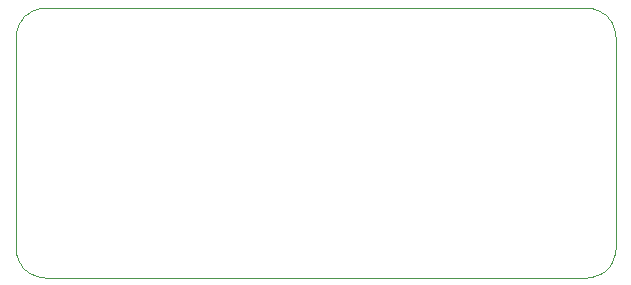
<source format=gbr>
%TF.GenerationSoftware,KiCad,Pcbnew,5.1.10-88a1d61d58~90~ubuntu20.04.1*%
%TF.CreationDate,2022-10-02T00:03:50+07:00*%
%TF.ProjectId,BioAmp-EXG-Pill_1206_rounder,42696f41-6d70-42d4-9558-472d50696c6c,1.0b*%
%TF.SameCoordinates,Original*%
%TF.FileFunction,Profile,NP*%
%FSLAX46Y46*%
G04 Gerber Fmt 4.6, Leading zero omitted, Abs format (unit mm)*
G04 Created by KiCad (PCBNEW 5.1.10-88a1d61d58~90~ubuntu20.04.1) date 2022-10-02 00:03:50*
%MOMM*%
%LPD*%
G01*
G04 APERTURE LIST*
%TA.AperFunction,Profile*%
%ADD10C,0.100000*%
%TD*%
G04 APERTURE END LIST*
D10*
%TO.C,BOARD1*%
X149098000Y-61353701D02*
X149349000Y-61366131D01*
X149349000Y-61366131D02*
X149595800Y-61402961D01*
X149595800Y-61402961D02*
X149836700Y-61463491D01*
X149836700Y-61463491D02*
X150070000Y-61547051D01*
X150070000Y-61547051D02*
X150294100Y-61652931D01*
X150294100Y-61652931D02*
X150507200Y-61780451D01*
X150507200Y-61780451D02*
X150707700Y-61928921D01*
X150707700Y-61928921D02*
X150894100Y-62097651D01*
X150894100Y-62097651D02*
X151062800Y-62283961D01*
X151062800Y-62283961D02*
X151211300Y-62484511D01*
X151211300Y-62484511D02*
X151338800Y-62697641D01*
X151338800Y-62697641D02*
X151444700Y-62921681D01*
X151444700Y-62921681D02*
X151528200Y-63154981D01*
X151528200Y-63154981D02*
X151588700Y-63395861D01*
X151588700Y-63395861D02*
X151625600Y-63642651D01*
X151625600Y-63642651D02*
X151638000Y-63893701D01*
X151638000Y-63893701D02*
X151638000Y-81673701D01*
X151638000Y-81673701D02*
X151625600Y-81924701D01*
X151625600Y-81924701D02*
X151588700Y-82171501D01*
X151588700Y-82171501D02*
X151528200Y-82412401D01*
X151528200Y-82412401D02*
X151444700Y-82645701D01*
X151444700Y-82645701D02*
X151338800Y-82869801D01*
X151338800Y-82869801D02*
X151211300Y-83082901D01*
X151211300Y-83082901D02*
X151062800Y-83283401D01*
X151062800Y-83283401D02*
X150894100Y-83469801D01*
X150894100Y-83469801D02*
X150707700Y-83638501D01*
X150707700Y-83638501D02*
X150507200Y-83787001D01*
X150507200Y-83787001D02*
X150294100Y-83914501D01*
X150294100Y-83914501D02*
X150070000Y-84020401D01*
X150070000Y-84020401D02*
X149836700Y-84103901D01*
X149836700Y-84103901D02*
X149595800Y-84164401D01*
X149595800Y-84164401D02*
X149349000Y-84201301D01*
X149349000Y-84201301D02*
X149098000Y-84213701D01*
X149098000Y-84213701D02*
X103378000Y-84213701D01*
X103378000Y-84213701D02*
X103126950Y-84201301D01*
X103126950Y-84201301D02*
X102880160Y-84164401D01*
X102880160Y-84164401D02*
X102639280Y-84103901D01*
X102639280Y-84103901D02*
X102405980Y-84020401D01*
X102405980Y-84020401D02*
X102181940Y-83914501D01*
X102181940Y-83914501D02*
X101968810Y-83787001D01*
X101968810Y-83787001D02*
X101768260Y-83638501D01*
X101768260Y-83638501D02*
X101581950Y-83469801D01*
X101581950Y-83469801D02*
X101413220Y-83283401D01*
X101413220Y-83283401D02*
X101264750Y-83082901D01*
X101264750Y-83082901D02*
X101137230Y-82869801D01*
X101137230Y-82869801D02*
X101031350Y-82645701D01*
X101031350Y-82645701D02*
X100947790Y-82412401D01*
X100947790Y-82412401D02*
X100887260Y-82171501D01*
X100887260Y-82171501D02*
X100850430Y-81924701D01*
X100850430Y-81924701D02*
X100838000Y-81673701D01*
X100838000Y-81673701D02*
X100838000Y-63893701D01*
X100838000Y-63893701D02*
X100851110Y-63634001D01*
X100851110Y-63634001D02*
X100889600Y-63381801D01*
X100889600Y-63381801D02*
X100952190Y-63138381D01*
X100952190Y-63138381D02*
X101037610Y-62905021D01*
X101037610Y-62905021D02*
X101144560Y-62682991D01*
X101144560Y-62682991D02*
X101271790Y-62473561D01*
X101271790Y-62473561D02*
X101418010Y-62278021D01*
X101418010Y-62278021D02*
X101581950Y-62097651D01*
X101581950Y-62097651D02*
X101762320Y-61933711D01*
X101762320Y-61933711D02*
X101957860Y-61787491D01*
X101957860Y-61787491D02*
X102167290Y-61660261D01*
X102167290Y-61660261D02*
X102389320Y-61553311D01*
X102389320Y-61553311D02*
X102622680Y-61467891D01*
X102622680Y-61467891D02*
X102866100Y-61405301D01*
X102866100Y-61405301D02*
X103118300Y-61366811D01*
X103118300Y-61366811D02*
X103378000Y-61353701D01*
X103378000Y-61353701D02*
X149098000Y-61353701D01*
X149098000Y-61353701D02*
X149098000Y-61353701D01*
%TD*%
M02*

</source>
